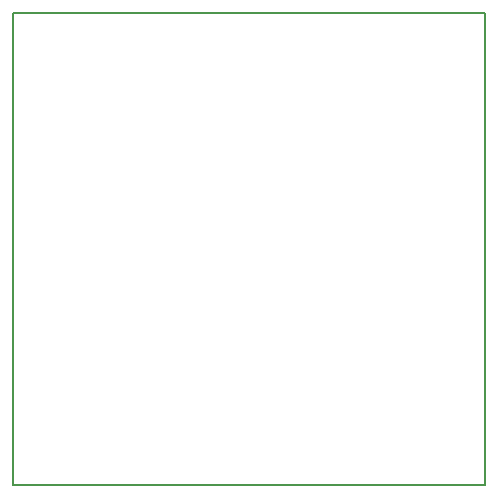
<source format=gbr>
G04 #@! TF.GenerationSoftware,KiCad,Pcbnew,(5.0.2)-1*
G04 #@! TF.CreationDate,2020-01-28T10:02:17+01:00*
G04 #@! TF.ProjectId,Lab1,4c616231-2e6b-4696-9361-645f70636258,rev?*
G04 #@! TF.SameCoordinates,Original*
G04 #@! TF.FileFunction,Profile,NP*
%FSLAX46Y46*%
G04 Gerber Fmt 4.6, Leading zero omitted, Abs format (unit mm)*
G04 Created by KiCad (PCBNEW (5.0.2)-1) date 2020-01-28 10:02:17*
%MOMM*%
%LPD*%
G01*
G04 APERTURE LIST*
%ADD10C,0.150000*%
G04 APERTURE END LIST*
D10*
X133000000Y-120000000D02*
X133000000Y-80000000D01*
X93000000Y-120000000D02*
X133000000Y-120000000D01*
X93000000Y-80000000D02*
X93000000Y-120000000D01*
X133000000Y-80000000D02*
X93000000Y-80000000D01*
M02*

</source>
